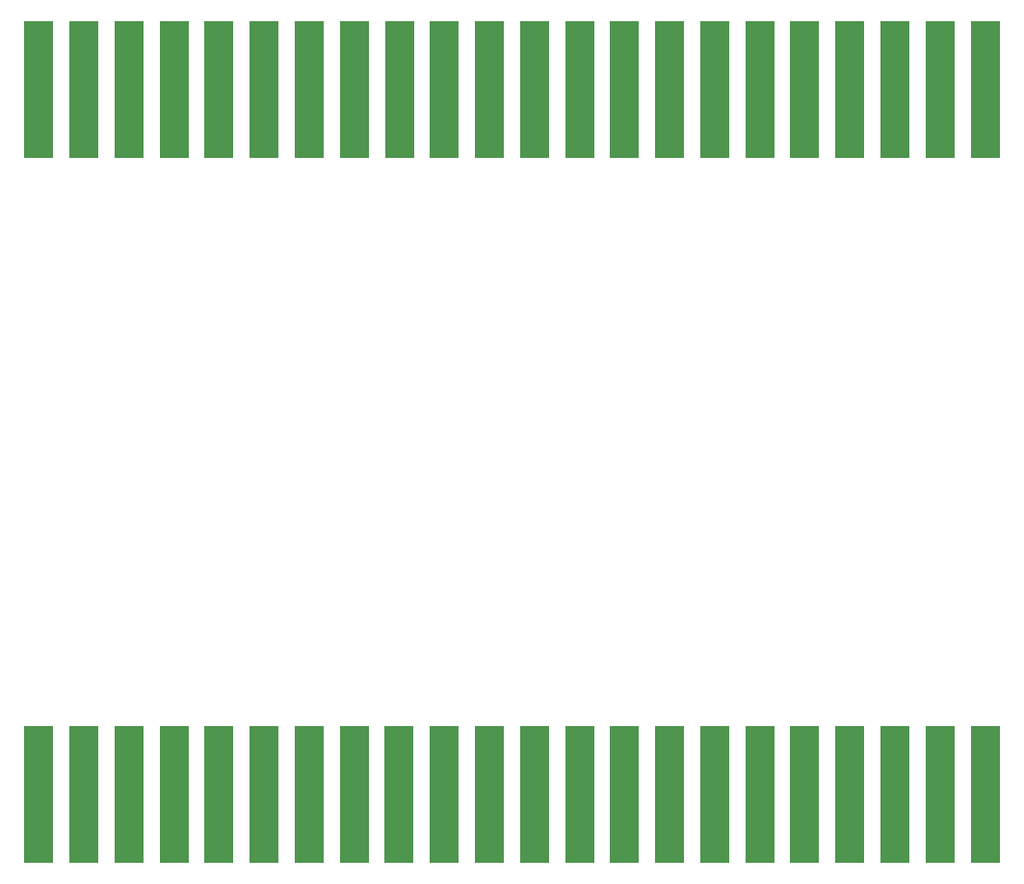
<source format=gbs>
%TF.GenerationSoftware,KiCad,Pcbnew,9.0.1*%
%TF.CreationDate,2025-08-01T20:40:54+02:00*%
%TF.ProjectId,monaco-gp-22,6d6f6e61-636f-42d6-9770-2d32322e6b69,rev?*%
%TF.SameCoordinates,Original*%
%TF.FileFunction,Soldermask,Bot*%
%TF.FilePolarity,Negative*%
%FSLAX46Y46*%
G04 Gerber Fmt 4.6, Leading zero omitted, Abs format (unit mm)*
G04 Created by KiCad (PCBNEW 9.0.1) date 2025-08-01 20:40:54*
%MOMM*%
%LPD*%
G01*
G04 APERTURE LIST*
%ADD10R,2.540000X12.000000*%
G04 APERTURE END LIST*
D10*
%TO.C,E1*%
X9210000Y-68690000D03*
X13170000Y-68690000D03*
X17130000Y-68690000D03*
X21090000Y-68690000D03*
X25050000Y-68690000D03*
X29010000Y-68690000D03*
X32970000Y-68690000D03*
X36930000Y-68690000D03*
X40890000Y-68690000D03*
X44850000Y-68690000D03*
X48810000Y-68690000D03*
X52770000Y-68690000D03*
X56730000Y-68690000D03*
X60690000Y-68690000D03*
X64650000Y-68690000D03*
X68610000Y-68690000D03*
X72570000Y-68690000D03*
X76530000Y-68690000D03*
X80490000Y-68690000D03*
X84450000Y-68690000D03*
X88410000Y-68690000D03*
X92370000Y-68690000D03*
%TD*%
%TO.C,B1*%
X9213000Y-6677000D03*
X13173000Y-6677000D03*
X17133000Y-6677000D03*
X21093000Y-6677000D03*
X25053000Y-6677000D03*
X29013000Y-6677000D03*
X32973000Y-6677000D03*
X36933000Y-6677000D03*
X40893000Y-6677000D03*
X44853000Y-6677000D03*
X48813000Y-6677000D03*
X52773000Y-6677000D03*
X56733000Y-6677000D03*
X60693000Y-6677000D03*
X64653000Y-6677000D03*
X68613000Y-6677000D03*
X72573000Y-6677000D03*
X76533000Y-6677000D03*
X80493000Y-6677000D03*
X84453000Y-6677000D03*
X88413000Y-6677000D03*
X92373000Y-6677000D03*
%TD*%
M02*

</source>
